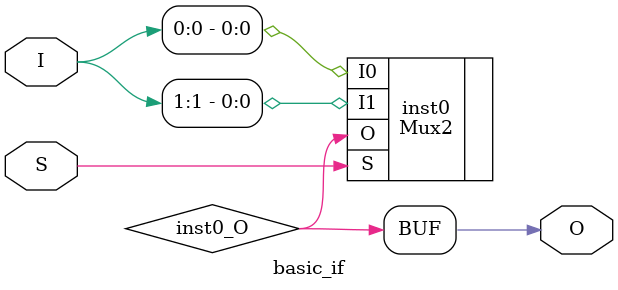
<source format=v>
module basic_if (input [1:0] I, input  S, output  O);
wire  inst0_O;
Mux2 inst0 (.I0(I[0]), .I1(I[1]), .S(S), .O(inst0_O));
assign O = inst0_O;
endmodule


</source>
